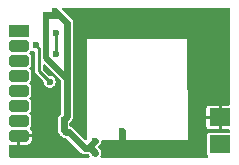
<source format=gbr>
%TF.GenerationSoftware,KiCad,Pcbnew,7.0.11-7.0.11~ubuntu22.04.1*%
%TF.CreationDate,2024-06-25T08:11:14+02:00*%
%TF.ProjectId,Adapter_EByte_E07_900MM10S_to_Ebyte_E07_868MS10_FUEL4EP,41646170-7465-4725-9f45-427974655f45,1.5*%
%TF.SameCoordinates,Original*%
%TF.FileFunction,Copper,L2,Bot*%
%TF.FilePolarity,Positive*%
%FSLAX46Y46*%
G04 Gerber Fmt 4.6, Leading zero omitted, Abs format (unit mm)*
G04 Created by KiCad (PCBNEW 7.0.11-7.0.11~ubuntu22.04.1) date 2024-06-25 08:11:14*
%MOMM*%
%LPD*%
G01*
G04 APERTURE LIST*
G04 Aperture macros list*
%AMRoundRect*
0 Rectangle with rounded corners*
0 $1 Rounding radius*
0 $2 $3 $4 $5 $6 $7 $8 $9 X,Y pos of 4 corners*
0 Add a 4 corners polygon primitive as box body*
4,1,4,$2,$3,$4,$5,$6,$7,$8,$9,$2,$3,0*
0 Add four circle primitives for the rounded corners*
1,1,$1+$1,$2,$3*
1,1,$1+$1,$4,$5*
1,1,$1+$1,$6,$7*
1,1,$1+$1,$8,$9*
0 Add four rect primitives between the rounded corners*
20,1,$1+$1,$2,$3,$4,$5,0*
20,1,$1+$1,$4,$5,$6,$7,0*
20,1,$1+$1,$6,$7,$8,$9,0*
20,1,$1+$1,$8,$9,$2,$3,0*%
G04 Aperture macros list end*
%TA.AperFunction,CastellatedPad*%
%ADD10RoundRect,0.250000X-0.600000X-0.250000X0.600000X-0.250000X0.600000X0.250000X-0.600000X0.250000X0*%
%TD*%
%TA.AperFunction,CastellatedPad*%
%ADD11R,1.800000X1.500000*%
%TD*%
%TA.AperFunction,CastellatedPad*%
%ADD12R,1.700000X1.000000*%
%TD*%
%TA.AperFunction,ViaPad*%
%ADD13C,0.600000*%
%TD*%
%TA.AperFunction,Conductor*%
%ADD14C,0.600000*%
%TD*%
%TA.AperFunction,Conductor*%
%ADD15C,0.250000*%
%TD*%
%TA.AperFunction,Conductor*%
%ADD16C,0.500000*%
%TD*%
G04 APERTURE END LIST*
D10*
%TO.P,JC5,1,Pin_1*%
%TO.N,/MOSI*%
X950000Y5810000D03*
%TD*%
D11*
%TO.P,JA1,1,Pin_1*%
%TO.N,GND*%
X18000000Y3550000D03*
%TD*%
D10*
%TO.P,JC8,1,Pin_1*%
%TO.N,GND*%
X950000Y2000000D03*
%TD*%
D11*
%TO.P,JA2,1,Pin_1*%
%TO.N,/ANT*%
X18000000Y1270000D03*
%TD*%
D10*
%TO.P,JC6,1,Pin_1*%
%TO.N,/MISO{slash}GDO1*%
X950000Y4540000D03*
%TD*%
%TO.P,JC3,1,Pin_1*%
%TO.N,/~{CS}*%
X950000Y8350000D03*
%TD*%
%TO.P,JC2,1,Pin_1*%
%TO.N,/GDO0*%
X950000Y9620000D03*
%TD*%
D12*
%TO.P,JC1,1,Pin_1*%
%TO.N,/VDD*%
X950000Y10890000D03*
%TD*%
D10*
%TO.P,JC4,1,Pin_1*%
%TO.N,/SCK*%
X950000Y7080000D03*
%TD*%
%TO.P,JC7,1,Pin_1*%
%TO.N,/GDO2*%
X950000Y3270000D03*
%TD*%
D13*
%TO.N,GND*%
X6061243Y9229557D03*
X17703800Y5994400D03*
X17703800Y10541000D03*
X9677400Y2413000D03*
X17703800Y8305800D03*
X17703800Y7086600D03*
X5537200Y609600D03*
X17703800Y9550400D03*
X1016000Y711200D03*
%TO.N,/GDO0*%
X2381400Y9645344D03*
X3581400Y6553200D03*
%TO.N,/MOSI*%
X4089402Y8890000D03*
X4123693Y10715399D03*
%TO.N,VDDA*%
X4751998Y3352800D03*
X4964510Y2288674D03*
X4038600Y12573000D03*
X3251200Y12242800D03*
X7442200Y1574800D03*
X7442200Y558800D03*
%TD*%
D14*
%TO.N,GND*%
X9677400Y965200D02*
X9728200Y914400D01*
X9677400Y2413000D02*
X9677400Y965200D01*
D15*
%TO.N,/GDO0*%
X2676200Y9350544D02*
X2381400Y9645344D01*
X2676200Y7458400D02*
X2676200Y9350544D01*
X3581400Y6553200D02*
X2676200Y7458400D01*
%TO.N,/MOSI*%
X4123693Y8924291D02*
X4089402Y8890000D01*
X4123693Y10715399D02*
X4123693Y8924291D01*
D14*
%TO.N,VDDA*%
X7442200Y1574800D02*
X7061200Y1193800D01*
X4751998Y2501186D02*
X4964510Y2288674D01*
X7442200Y558800D02*
X7061200Y939800D01*
X5066104Y3666906D02*
X5066104Y6578600D01*
X6527800Y939800D02*
X5178926Y2288674D01*
D16*
X5066104Y6795696D02*
X5066104Y6578600D01*
D14*
X4368800Y12242800D02*
X3251200Y12242800D01*
X7061200Y1193800D02*
X7061200Y939800D01*
X4751998Y3352800D02*
X5066104Y3666906D01*
D16*
X3251200Y8610600D02*
X5066104Y6795696D01*
X3251200Y12242800D02*
X3251200Y8610600D01*
D14*
X5178926Y2288674D02*
X4964510Y2288674D01*
X7061200Y939800D02*
X6527800Y939800D01*
X5066104Y11545496D02*
X4368800Y12242800D01*
X5066104Y6578600D02*
X5066104Y11545496D01*
X4751998Y3352800D02*
X4751998Y2501186D01*
X4368800Y12242800D02*
X4038600Y12573000D01*
%TD*%
%TA.AperFunction,Conductor*%
%TO.N,GND*%
G36*
X2134770Y9208896D02*
G01*
X2171344Y9185392D01*
X2171346Y9185391D01*
X2260198Y9159302D01*
X2319924Y9120918D01*
X2349418Y9056338D01*
X2350700Y9038406D01*
X2350700Y7478109D01*
X2350220Y7467126D01*
X2346936Y7429595D01*
X2346936Y7429594D01*
X2356692Y7393180D01*
X2359069Y7382456D01*
X2365612Y7345352D01*
X2367693Y7339635D01*
X2374073Y7324232D01*
X2376645Y7318716D01*
X2398263Y7287840D01*
X2404162Y7278580D01*
X2423004Y7245947D01*
X2423005Y7245945D01*
X2451882Y7221714D01*
X2459982Y7214291D01*
X3038849Y6635423D01*
X3072873Y6573113D01*
X3074061Y6562061D01*
X3074471Y6562120D01*
X3075753Y6553201D01*
X3075753Y6553200D01*
X3082520Y6506135D01*
X3096235Y6410743D01*
X3156023Y6279826D01*
X3250273Y6171055D01*
X3371346Y6093247D01*
X3509439Y6052700D01*
X3653361Y6052700D01*
X3791453Y6093247D01*
X3912526Y6171055D01*
X3944529Y6207988D01*
X4006777Y6279827D01*
X4066565Y6410743D01*
X4087047Y6553200D01*
X4066565Y6695657D01*
X4006777Y6826573D01*
X3912528Y6935343D01*
X3791453Y7013153D01*
X3653361Y7053700D01*
X3593416Y7053700D01*
X3525295Y7073702D01*
X3504321Y7090605D01*
X3038605Y7556321D01*
X3004579Y7618633D01*
X3001700Y7645416D01*
X3001700Y7918806D01*
X3021702Y7986927D01*
X3075358Y8033420D01*
X3145632Y8043524D01*
X3210212Y8014030D01*
X3216795Y8007901D01*
X4528699Y6695997D01*
X4562725Y6633685D01*
X4565604Y6606902D01*
X4565604Y3926410D01*
X4545602Y3858289D01*
X4528699Y3837315D01*
X4445721Y3754337D01*
X4424749Y3737435D01*
X4420870Y3734943D01*
X4420868Y3734941D01*
X4388392Y3697461D01*
X4382272Y3690888D01*
X4372777Y3681393D01*
X4368102Y3675148D01*
X4364732Y3670646D01*
X4359094Y3663650D01*
X4326621Y3626173D01*
X4326620Y3626171D01*
X4326619Y3626170D01*
X4326617Y3626167D01*
X4324704Y3621978D01*
X4310966Y3598824D01*
X4308202Y3595131D01*
X4300420Y3574266D01*
X4290870Y3548664D01*
X4287429Y3540358D01*
X4266834Y3495262D01*
X4266832Y3495255D01*
X4266175Y3490683D01*
X4259519Y3464608D01*
X4257908Y3460288D01*
X4257907Y3460281D01*
X4254369Y3410825D01*
X4253408Y3401887D01*
X4246821Y3356064D01*
X4246351Y3352798D01*
X4246351Y3352797D01*
X4247007Y3348233D01*
X4247967Y3321326D01*
X4247638Y3316733D01*
X4247639Y3316727D01*
X4248619Y3312220D01*
X4251498Y3285440D01*
X4251498Y2568543D01*
X4248618Y2541762D01*
X4247639Y2537259D01*
X4247639Y2537256D01*
X4251177Y2487793D01*
X4251498Y2478804D01*
X4251498Y2465388D01*
X4253408Y2452099D01*
X4254368Y2443168D01*
X4257907Y2393702D01*
X4257907Y2393698D01*
X4259521Y2389372D01*
X4266174Y2363303D01*
X4266831Y2358734D01*
X4266832Y2358730D01*
X4287433Y2313620D01*
X4290873Y2305313D01*
X4308200Y2258857D01*
X4310967Y2255161D01*
X4324707Y2232004D01*
X4326621Y2227812D01*
X4359091Y2190339D01*
X4364729Y2183342D01*
X4372773Y2172596D01*
X4372775Y2172595D01*
X4382276Y2163092D01*
X4388392Y2156522D01*
X4420869Y2119043D01*
X4424750Y2116549D01*
X4445717Y2099650D01*
X4562972Y1982395D01*
X4579866Y1961434D01*
X4582360Y1957553D01*
X4582365Y1957547D01*
X4602894Y1939757D01*
X4615594Y1927057D01*
X4633382Y1906530D01*
X4633383Y1906529D01*
X4656226Y1891849D01*
X4670614Y1881079D01*
X4691139Y1863294D01*
X4695335Y1861378D01*
X4718477Y1847648D01*
X4722173Y1844881D01*
X4722185Y1844874D01*
X4726506Y1843263D01*
X4750575Y1831215D01*
X4754455Y1828721D01*
X4780517Y1821068D01*
X4797353Y1814788D01*
X4822051Y1803509D01*
X4822058Y1803507D01*
X4826627Y1802850D01*
X4852696Y1796197D01*
X4857024Y1794583D01*
X4861626Y1794254D01*
X4888126Y1789472D01*
X4892547Y1788174D01*
X4892549Y1788174D01*
X4919421Y1788174D01*
X4987542Y1768172D01*
X5008516Y1751269D01*
X6126263Y633521D01*
X6143159Y612558D01*
X6145656Y608673D01*
X6145659Y608669D01*
X6183135Y576195D01*
X6189705Y570079D01*
X6199209Y560577D01*
X6199210Y560575D01*
X6209956Y552531D01*
X6216953Y546893D01*
X6254426Y514423D01*
X6257206Y513153D01*
X6258619Y512507D01*
X6281775Y498769D01*
X6285471Y496002D01*
X6285470Y496002D01*
X6331927Y478675D01*
X6340234Y475235D01*
X6385344Y454634D01*
X6385348Y454633D01*
X6389917Y453976D01*
X6415986Y447323D01*
X6420314Y445709D01*
X6469782Y442170D01*
X6478713Y441210D01*
X6492001Y439300D01*
X6505420Y439300D01*
X6514407Y438979D01*
X6540924Y437082D01*
X6563872Y435441D01*
X6563873Y435441D01*
X6568373Y436420D01*
X6595158Y439300D01*
X6801696Y439300D01*
X6869817Y419298D01*
X6890791Y402395D01*
X6925691Y367495D01*
X6959717Y305183D01*
X6954652Y234368D01*
X6912105Y177532D01*
X6845585Y152721D01*
X6836596Y152400D01*
X278400Y152400D01*
X210279Y172402D01*
X163786Y226058D01*
X152400Y278400D01*
X152400Y1121788D01*
X172402Y1189909D01*
X226058Y1236402D01*
X291866Y1247066D01*
X301772Y1246001D01*
X301795Y1246000D01*
X823000Y1246000D01*
X823000Y2001000D01*
X843002Y2069121D01*
X896658Y2115614D01*
X949000Y2127000D01*
X1000366Y2127000D01*
X975000Y2057306D01*
X975000Y1942694D01*
X1014199Y1834993D01*
X1077000Y1760150D01*
X1077000Y1246000D01*
X1598202Y1246000D01*
X1598226Y1246002D01*
X1658232Y1252452D01*
X1658234Y1252452D01*
X1794023Y1303100D01*
X1910047Y1389952D01*
X1996899Y1505976D01*
X2047546Y1641761D01*
X2047548Y1641769D01*
X2053999Y1701777D01*
X2054000Y1701794D01*
X2054000Y1873000D01*
X1599634Y1873000D01*
X1625000Y1942694D01*
X1625000Y2057306D01*
X1599634Y2127000D01*
X2053999Y2127000D01*
X2053999Y2298202D01*
X2053997Y2298226D01*
X2047547Y2358232D01*
X2047547Y2358234D01*
X1996900Y2494021D01*
X1914458Y2604153D01*
X1889648Y2670674D01*
X1904740Y2740048D01*
X1913947Y2754483D01*
X1952793Y2807118D01*
X1997644Y2935295D01*
X1997645Y2935299D01*
X1997646Y2935301D01*
X2000500Y2965734D01*
X2000500Y3574266D01*
X1997646Y3604699D01*
X1952793Y3732882D01*
X1880984Y3830179D01*
X1856627Y3896866D01*
X1872189Y3966135D01*
X1880980Y3979814D01*
X1915638Y4026775D01*
X1952793Y4077117D01*
X1952793Y4077118D01*
X1997644Y4205295D01*
X1997645Y4205299D01*
X1997646Y4205301D01*
X2000500Y4235734D01*
X2000500Y4844266D01*
X1997646Y4874699D01*
X1952793Y5002882D01*
X1880984Y5100179D01*
X1856627Y5166866D01*
X1872189Y5236135D01*
X1880980Y5249814D01*
X1915638Y5296775D01*
X1952793Y5347117D01*
X1952793Y5347118D01*
X1997644Y5475295D01*
X1997645Y5475299D01*
X1997646Y5475301D01*
X2000500Y5505734D01*
X2000500Y6114266D01*
X1997646Y6144699D01*
X1952793Y6272882D01*
X1880984Y6370179D01*
X1856627Y6436866D01*
X1872189Y6506135D01*
X1880980Y6519814D01*
X1934863Y6592823D01*
X1952793Y6617117D01*
X1952793Y6617118D01*
X1997644Y6745295D01*
X1997645Y6745299D01*
X1997646Y6745301D01*
X2000500Y6775734D01*
X2000500Y7384266D01*
X1997646Y7414699D01*
X1952793Y7542882D01*
X1880984Y7640179D01*
X1856627Y7706866D01*
X1872189Y7776135D01*
X1880980Y7789814D01*
X1915638Y7836775D01*
X1952793Y7887117D01*
X1952793Y7887118D01*
X1997644Y8015295D01*
X1997645Y8015299D01*
X1997646Y8015301D01*
X2000500Y8045734D01*
X2000500Y8654266D01*
X1997646Y8684699D01*
X1952793Y8812882D01*
X1880984Y8910179D01*
X1856627Y8976866D01*
X1872189Y9046135D01*
X1880980Y9059814D01*
X1935756Y9134034D01*
X1952791Y9157115D01*
X1955252Y9161771D01*
X2004766Y9212652D01*
X2073929Y9228687D01*
X2134770Y9208896D01*
G37*
%TD.AperFunction*%
%TA.AperFunction,Conductor*%
G36*
X18788921Y12832398D02*
G01*
X18835414Y12778742D01*
X18846800Y12726400D01*
X18846800Y4679999D01*
X18826798Y4611878D01*
X18773142Y4565385D01*
X18720800Y4553999D01*
X18127000Y4553999D01*
X18127000Y3600422D01*
X18115165Y3675148D01*
X18057641Y3788045D01*
X17968045Y3877641D01*
X17873000Y3926068D01*
X17873000Y4553999D01*
X17074986Y4553999D01*
X17074977Y4553998D01*
X17000894Y4539262D01*
X17000892Y4539262D01*
X16916875Y4483124D01*
X16860737Y4399106D01*
X16860736Y4399105D01*
X16846000Y4325022D01*
X16846000Y3677000D01*
X17345779Y3677000D01*
X17344835Y3675148D01*
X17325014Y3550000D01*
X17344835Y3424852D01*
X17345779Y3423000D01*
X16846001Y3423000D01*
X16846001Y2774977D01*
X16860737Y2700894D01*
X16860737Y2700892D01*
X16916875Y2616875D01*
X17000893Y2560737D01*
X17000894Y2560736D01*
X17074977Y2546000D01*
X17873000Y2546000D01*
X17873000Y3173931D01*
X17968045Y3222359D01*
X18057641Y3311955D01*
X18115165Y3424852D01*
X18127000Y3499577D01*
X18127000Y2546000D01*
X18720800Y2546000D01*
X18788921Y2525998D01*
X18835414Y2472342D01*
X18846800Y2420000D01*
X18846800Y2346500D01*
X18826798Y2278379D01*
X18773142Y2231886D01*
X18720800Y2220500D01*
X17080252Y2220500D01*
X17021769Y2208867D01*
X16955448Y2164552D01*
X16923373Y2116549D01*
X16911133Y2098231D01*
X16911132Y2098228D01*
X16899500Y2039750D01*
X16899500Y500249D01*
X16911132Y441771D01*
X16911133Y441768D01*
X16955450Y375444D01*
X16963400Y367495D01*
X16997426Y305183D01*
X16992361Y234368D01*
X16949814Y177532D01*
X16883294Y152721D01*
X16874305Y152400D01*
X8002905Y152400D01*
X7934784Y172402D01*
X7888291Y226058D01*
X7878187Y296332D01*
X7892318Y338787D01*
X7915966Y382093D01*
X7916943Y386586D01*
X7925453Y412156D01*
X7927364Y416341D01*
X7927365Y416343D01*
X7934422Y465435D01*
X7936016Y474266D01*
X7946559Y522727D01*
X7946230Y527315D01*
X7947191Y554243D01*
X7947847Y558800D01*
X7940789Y607885D01*
X7939828Y616823D01*
X7936291Y666279D01*
X7936291Y666283D01*
X7934683Y670591D01*
X7928019Y696705D01*
X7927365Y701257D01*
X7906763Y746366D01*
X7903327Y754662D01*
X7885996Y801131D01*
X7883236Y804817D01*
X7869489Y827983D01*
X7867577Y832173D01*
X7835097Y869655D01*
X7829467Y876641D01*
X7821420Y887393D01*
X7811939Y896872D01*
X7805805Y903461D01*
X7773328Y940943D01*
X7769451Y943433D01*
X7748476Y960335D01*
X7731104Y977707D01*
X7697082Y1040020D01*
X7702149Y1110836D01*
X7731108Y1155895D01*
X7748472Y1173259D01*
X7769445Y1190161D01*
X7773326Y1192655D01*
X7805811Y1230145D01*
X7811930Y1236717D01*
X7821420Y1246207D01*
X7829460Y1256947D01*
X7835100Y1263946D01*
X7867576Y1301426D01*
X7867577Y1301427D01*
X7869489Y1305615D01*
X7883231Y1328775D01*
X7885996Y1332469D01*
X7885996Y1332471D01*
X7885998Y1332473D01*
X7903324Y1378928D01*
X7906760Y1387227D01*
X7927365Y1432343D01*
X7928021Y1436907D01*
X7934681Y1463002D01*
X7936291Y1467317D01*
X7939828Y1516785D01*
X7940790Y1525722D01*
X7946917Y1568333D01*
X7976410Y1632913D01*
X8036137Y1671296D01*
X8071634Y1676400D01*
X15265400Y1676400D01*
X15240000Y10185400D01*
X6731000Y10185400D01*
X6730999Y10185399D01*
X6756258Y1723719D01*
X6736460Y1655539D01*
X6682943Y1608886D01*
X6612700Y1598573D01*
X6548031Y1627873D01*
X6541177Y1634235D01*
X5580460Y2594952D01*
X5563557Y2615930D01*
X5561069Y2619802D01*
X5523574Y2652289D01*
X5517003Y2658410D01*
X5512731Y2662682D01*
X5507519Y2667895D01*
X5496770Y2675940D01*
X5489772Y2681580D01*
X5474289Y2694995D01*
X5452299Y2714051D01*
X5448109Y2715963D01*
X5424943Y2729710D01*
X5421257Y2732470D01*
X5374788Y2749801D01*
X5366502Y2753232D01*
X5326152Y2771661D01*
X5272498Y2818156D01*
X5252498Y2886273D01*
X5252498Y3093296D01*
X5272500Y3161417D01*
X5289403Y3182391D01*
X5372379Y3265367D01*
X5393350Y3282268D01*
X5397231Y3284762D01*
X5397232Y3284763D01*
X5429711Y3322246D01*
X5435827Y3328815D01*
X5445325Y3338313D01*
X5453373Y3349064D01*
X5459014Y3356064D01*
X5491480Y3393532D01*
X5491481Y3393533D01*
X5493393Y3397721D01*
X5507135Y3420881D01*
X5509900Y3424575D01*
X5509900Y3424577D01*
X5509902Y3424579D01*
X5527228Y3471034D01*
X5530664Y3479333D01*
X5551269Y3524449D01*
X5551925Y3529013D01*
X5558585Y3555108D01*
X5560195Y3559423D01*
X5563733Y3608898D01*
X5564691Y3617805D01*
X5566604Y3631107D01*
X5566604Y3644524D01*
X5566925Y3653513D01*
X5567200Y3657366D01*
X5570463Y3702979D01*
X5569483Y3707482D01*
X5566604Y3734263D01*
X5566604Y11478136D01*
X5569483Y11504916D01*
X5570462Y11509419D01*
X5570463Y11509423D01*
X5566924Y11558888D01*
X5566604Y11567876D01*
X5566604Y11581294D01*
X5565280Y11590500D01*
X5564691Y11594596D01*
X5563733Y11603505D01*
X5560195Y11652979D01*
X5558587Y11657287D01*
X5551923Y11683401D01*
X5551269Y11687953D01*
X5530667Y11733062D01*
X5527231Y11741358D01*
X5509900Y11787827D01*
X5507140Y11791513D01*
X5493393Y11814679D01*
X5491481Y11818869D01*
X5459010Y11856342D01*
X5453370Y11863340D01*
X5445325Y11874089D01*
X5435836Y11883576D01*
X5429719Y11890144D01*
X5397232Y11927639D01*
X5393360Y11930127D01*
X5372382Y11947030D01*
X4770334Y12549078D01*
X4753431Y12570056D01*
X4750943Y12573928D01*
X4730420Y12591711D01*
X4713469Y12606399D01*
X4706881Y12612532D01*
X4697393Y12622021D01*
X4697391Y12622022D01*
X4690214Y12629199D01*
X4690207Y12629204D01*
X4682101Y12637310D01*
X4648081Y12699624D01*
X4653150Y12770440D01*
X4695700Y12827273D01*
X4762222Y12852080D01*
X4771203Y12852400D01*
X18720800Y12852400D01*
X18788921Y12832398D01*
G37*
%TD.AperFunction*%
%TD*%
M02*

</source>
